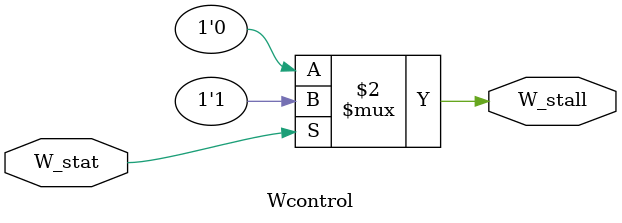
<source format=v>
module Wsr ( W_stat , W_icode , W_valE , W_valM ,W_dstE , W_dstM ,  
             clk , W_stall , 
            m_stat , M_icode , M_valE , m_valM , M_dstE , M_dstM ) ; 

output W_stat ;
output [3:0] W_icode;
output signed [63:0] W_valE ;
output signed [63:0] W_valM ;
output [3:0] W_dstE ;
output [3:0] W_dstM ;

input clk ;
input W_stall ;

input m_stat ;
input [3:0] M_icode ;
input signed [63:0] M_valE ;
input signed [63:0] m_valM ;
input [3:0] M_dstE ;
input [3:0] M_dstM ;


always @ ( posedge (clk) ) begin

    if ( W_stall  != 1'b1 ) begin 


        W_stat  = m_stat ; 
        W_icode = M_icode ; 
        W_valE  = M_valE ; 
        W_valM  = m_valM ; 
        W_dstE  = M_dstE ; 
        W_dstM  = M_dstM ; 

    end 

    // else hold the values for the next clk cycle 

end 


endmodule 


///--------------------------------------------------------------------------------------/////////

module Wcontrol ( W_stall , W_stat ) ; 

output W_stall ;
input W_stat ; 

assign W_stall =  (W_stat != 2'b00 ) ? 1'b1 : 1'b0 ; 

endmodule 
    
</source>
